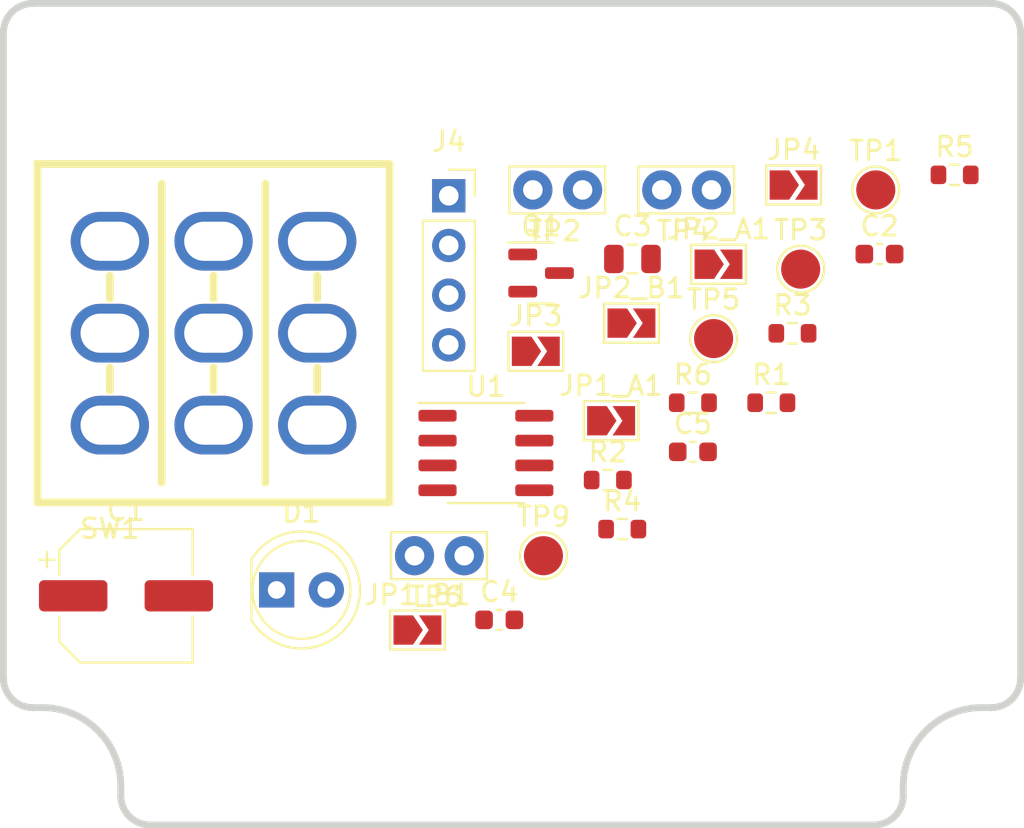
<source format=kicad_pcb>
(kicad_pcb (version 20211014) (generator pcbnew)
  (layers (0 "F.Cu" signal) (31 "B.Cu" signal) (34 "B.Paste" user) (35 "F.Paste" user) (36 "B.SilkS" user "B.Silkscreen") (37 "F.SilkS" user "F.Silkscreen") (38 "B.Mask" user) (39 "F.Mask" user) (44 "Edge.Cuts" user))
  (net 0 "")
  (net 1 "+9V")
  (net 2 "GND")
  (net 3 "Net-(C3-Pad1)")
  (net 4 "Net-(C4-Pad1)")
  (net 5 "Net-(C4-Pad2)")
  (net 6 "Net-(C5-Pad1)")
  (net 7 "Net-(C5-Pad2)")
  (net 8 "Net-(D1-Pad1)")
  (net 9 "Net-(R2-Pad2)")
  (net 10 "Upper_PCB_Input")
  (net 11 "Upper_PCB_Output")
  (net 12 "/Input")
  (net 13 "Net-(JP2_A1-Pad2)")
  (net 14 "Net-(JP3-Pad2)")
  (net 15 "Net-(JP4-Pad2)")
  (net 16 "Net-(Q1-Pad3)")
  (net 17 "Net-(SW1-Pad3)")
  (net 18 "/Output")
  (footprint "Resistor_SMD:R_0603_1608Metric" (layer "F.Cu") (at 160.606 94.968)
    (fp_text reference "R6" (at 0 -1.43) (layer "F.SilkS"))
    (fp_text value "2M2")
    (fp_line (start -0.237258 -0.5225) (end 0.237258 -0.5225) (layer "F.SilkS") (width 0.12))
    (fp_line (start -0.237258 0.5225) (end 0.237258 0.5225) (layer "F.SilkS") (width 0.12))
    (pad "1" smd roundrect (at -0.825 0) (size 0.8 0.95) (layers "F.Cu" "F.Paste" "F.Mask") (net 2 "GND"))
    (pad "2" smd roundrect (at 0.825 0) (size 0.8 0.95) (layers "F.Cu" "F.Paste" "F.Mask") (net 15 "Net-(JP4-Pad2)"))
  )
  (footprint "TestPoint:TestPoint_Bridge_Pitch2.54mm_Drill1.0mm" (layer "F.Cu") (at 152.426 84.088)
    (fp_text reference "TP2" (at 1.1 2.1) (layer "F.SilkS"))
    (fp_text value "Input")
    (fp_line (start 3.7 1.2) (end 3.7 -1.2) (layer "F.SilkS") (width 0.12))
    (fp_line (start 3.7 -1.2) (end -1.2 -1.2) (layer "F.SilkS") (width 0.12))
    (fp_line (start -1.2 -1.2) (end -1.2 1.2) (layer "F.SilkS") (width 0.12))
    (fp_line (start -1.2 1.2) (end 3.7 1.2) (layer "F.SilkS") (width 0.12))
    (pad "1" thru_hole circle (at 2.54 0) (size 2 2) (drill 1) (layers *.Cu *.Mask) (net 12 "/Input"))
    (pad "1" thru_hole circle (at 0 0) (size 2 2) (drill 1) (layers *.Cu *.Mask) (net 12 "/Input"))
  )
  (footprint "TestPoint:TestPoint_Bridge_Pitch2.54mm_Drill1.0mm" (layer "F.Cu") (at 146.376 102.788)
    (fp_text reference "TP6" (at 1.1 2.1) (layer "F.SilkS"))
    (fp_text value "Output")
    (fp_line (start -1.2 1.2) (end 3.7 1.2) (layer "F.SilkS") (width 0.12))
    (fp_line (start -1.2 -1.2) (end -1.2 1.2) (layer "F.SilkS") (width 0.12))
    (fp_line (start 3.7 1.2) (end 3.7 -1.2) (layer "F.SilkS") (width 0.12))
    (fp_line (start 3.7 -1.2) (end -1.2 -1.2) (layer "F.SilkS") (width 0.12))
    (pad "1" thru_hole circle (at 0 0) (size 2 2) (drill 1) (layers *.Cu *.Mask) (net 18 "/Output"))
    (pad "1" thru_hole circle (at 2.54 0) (size 2 2) (drill 1) (layers *.Cu *.Mask) (net 18 "/Output"))
  )
  (footprint "TestPoint:TestPoint_Pad_D2.0mm" (layer "F.Cu") (at 152.966 102.788)
    (fp_text reference "TP9" (at 0 -1.998) (layer "F.SilkS"))
    (fp_text value "LED pop")
    (fp_circle (center 0 0) (end 0 1.2) (layer "F.SilkS") (width 0.12) (fill none))
    (pad "1" smd circle (at 0 0) (size 2 2) (layers "F.Cu" "F.Mask") (net 3 "Net-(C3-Pad1)"))
  )
  (footprint "Jumper:SolderJumper-2_P1.3mm_Open_TrianglePad1.0x1.5mm" (layer "F.Cu") (at 165.756 83.838)
    (fp_text reference "JP4" (at 0 -1.8) (layer "F.SilkS"))
    (fp_text value "Jmp")
    (fp_line (start 1.4 -1) (end 1.4 1) (layer "F.SilkS") (width 0.12))
    (fp_line (start -1.4 1) (end -1.4 -1) (layer "F.SilkS") (width 0.12))
    (fp_line (start -1.4 -1) (end 1.4 -1) (layer "F.SilkS") (width 0.12))
    (fp_line (start 1.4 1) (end -1.4 1) (layer "F.SilkS") (width 0.12))
    (pad "1" smd custom (at -0.725 0) (size 0.3 0.3) (layers "F.Cu" "F.Mask") (net 11 "Upper_PCB_Output") (options (clearance outline) (anchor rect)) (primitives (gr_poly (pts (xy 1 0) (xy 0.5 0.75) (xy -0.5 0.75) (xy -0.5 -0.75) (xy 0.5 -0.75)) (width 0) (fill yes))))
    (pad "2" smd custom (at 0.725 0) (size 0.3 0.3) (layers "F.Cu" "F.Mask") (net 15 "Net-(JP4-Pad2)") (options (clearance outline) (anchor rect)) (primitives (gr_poly (pts (xy 0.5 0.75) (xy -0.65 0.75) (xy -0.15 0) (xy -0.65 -0.75) (xy 0.5 -0.75)) (width 0) (fill yes))))
  )
  (footprint "MeineBib:Footswitch_3PDT" (layer "F.Cu") (at 136.101 91.413)
    (fp_text reference "SW1" (at -5.3 9.9875 unlocked) (layer "F.SilkS"))
    (fp_text value "SW_Push_3PDT")
    (fp_line (start -5.3 -2.9375) (end -5.3 -1.7625) (layer "F.SilkS") (width 0.4))
    (fp_line (start -5.3 1.7625) (end -5.3 2.9375) (layer "F.SilkS") (width 0.4))
    (fp_line (start 0 -2.9375) (end 0 -1.7625) (layer "F.SilkS") (width 0.4))
    (fp_line (start 5.3 -2.9375) (end 5.3 -1.7625) (layer "F.SilkS") (width 0.4))
    (fp_line (start 5.3 1.7625) (end 5.3 2.9375) (layer "F.SilkS") (width 0.4))
    (fp_line (start -2.65 -7.6375) (end -2.65 7.6375) (layer "F.SilkS") (width 0.4))
    (fp_line (start 0 1.7625) (end 0 2.9375) (layer "F.SilkS") (width 0.4))
    (fp_line (start 2.65 7.6375) (end 2.65 -7.6375) (layer "F.SilkS") (width 0.4))
    (fp_rect (start -9 -8.65) (end 9 8.65) (layer "F.SilkS") (width 0.4) (fill none))
    (pad "1" thru_hole oval (at -5.3 -4.7) (size 4 3) (drill oval 3 2) (layers *.Cu *.Mask) (net 8 "Net-(D1-Pad1)"))
    (pad "2" thru_hole oval (at -5.3 0) (size 4 3) (drill oval 3 2) (layers *.Cu *.Mask) (net 10 "Upper_PCB_Input"))
    (pad "3" thru_hole oval (at -5.3 4.7) (size 4 3) (drill oval 3 2) (layers *.Cu *.Mask) (net 17 "Net-(SW1-Pad3)"))
    (pad "4" thru_hole oval (at 0 -4.7) (size 4 3) (drill oval 3 2) (layers *.Cu *.Mask) (net 8 "Net-(D1-Pad1)"))
    (pad "5" thru_hole oval (at 0 0) (size 4 3) (drill oval 3 2) (layers *.Cu *.Mask) (net 2 "GND"))
    (pad "6" thru_hole oval (at 0 4.7) (size 4 3) (drill oval 3 2) (layers *.Cu *.Mask) (net 17 "Net-(SW1-Pad3)"))
    (pad "7" thru_hole oval (at 5.3 -4.7) (size 4 3) (drill oval 3 2) (layers *.Cu *.Mask) (net 11 "Upper_PCB_Output"))
    (pad "8" thru_hole oval (at 5.3 0) (size 4 3) (drill oval 3 2) (layers *.Cu *.Mask) (net 18 "/Output"))
    (pad "9" thru_hole oval (at 5.3 4.7) (size 4 3) (drill oval 3 2) (layers *.Cu *.Mask) (net 8 "Net-(D1-Pad1)"))
  )
  (footprint "Capacitor_SMD:C_0603_1608Metric" (layer "F.Cu") (at 160.606 97.478)
    (fp_text reference "C5" (at 0 -1.43) (layer "F.SilkS"))
    (fp_text value "220nF")
    (fp_line (start -0.14058 0.51) (end 0.14058 0.51) (layer "F.SilkS") (width 0.12))
    (fp_line (start -0.14058 -0.51) (end 0.14058 -0.51) (layer "F.SilkS") (width 0.12))
    (pad "1" smd roundrect (at -0.775 0) (size 0.9 0.95) (layers "F.Cu" "F.Paste" "F.Mask") (net 6 "Net-(C5-Pad1)"))
    (pad "2" smd roundrect (at 0.775 0) (size 0.9 0.95) (layers "F.Cu" "F.Paste" "F.Mask") (net 7 "Net-(C5-Pad2)"))
  )
  (footprint "Resistor_SMD:R_0603_1608Metric" (layer "F.Cu") (at 165.696 91.418)
    (fp_text reference "R3" (at 0 -1.43) (layer "F.SilkS"))
    (fp_text value "1M")
    (fp_line (start -0.237258 -0.5225) (end 0.237258 -0.5225) (layer "F.SilkS") (width 0.12))
    (fp_line (start -0.237258 0.5225) (end 0.237258 0.5225) (layer "F.SilkS") (width 0.12))
    (pad "1" smd roundrect (at -0.825 0) (size 0.8 0.95) (layers "F.Cu" "F.Paste" "F.Mask") (net 1 "+9V"))
    (pad "2" smd roundrect (at 0.825 0) (size 0.8 0.95) (layers "F.Cu" "F.Paste" "F.Mask") (net 5 "Net-(C4-Pad2)"))
  )
  (footprint "Jumper:SolderJumper-2_P1.3mm_Open_TrianglePad1.0x1.5mm" (layer "F.Cu") (at 156.426 95.888)
    (fp_text reference "JP1_A1" (at 0 -1.8) (layer "F.SilkS"))
    (fp_text value "Jmp")
    (fp_line (start -1.4 -1) (end 1.4 -1) (layer "F.SilkS") (width 0.12))
    (fp_line (start -1.4 1) (end -1.4 -1) (layer "F.SilkS") (width 0.12))
    (fp_line (start 1.4 1) (end -1.4 1) (layer "F.SilkS") (width 0.12))
    (fp_line (start 1.4 -1) (end 1.4 1) (layer "F.SilkS") (width 0.12))
    (pad "1" smd custom (at -0.725 0) (size 0.3 0.3) (layers "F.Cu" "F.Mask") (net 12 "/Input") (options (clearance outline) (anchor rect)) (primitives (gr_poly (pts (xy 1 0) (xy 0.5 0.75) (xy -0.5 0.75) (xy -0.5 -0.75) (xy 0.5 -0.75)) (width 0) (fill yes))))
    (pad "2" smd custom (at 0.725 0) (size 0.3 0.3) (layers "F.Cu" "F.Mask") (net 4 "Net-(C4-Pad1)") (options (clearance outline) (anchor rect)) (primitives (gr_poly (pts (xy 0.5 0.75) (xy -0.65 0.75) (xy -0.15 0) (xy -0.65 -0.75) (xy 0.5 -0.75)) (width 0) (fill yes))))
  )
  (footprint "TestPoint:TestPoint_Pad_D2.0mm" (layer "F.Cu") (at 169.956 84.088)
    (fp_text reference "TP1" (at 0 -1.998) (layer "F.SilkS"))
    (fp_text value "Vin")
    (fp_circle (center 0 0) (end 0 1.2) (layer "F.SilkS") (width 0.12) (fill none))
    (pad "1" smd circle (at 0 0) (size 2 2) (layers "F.Cu" "F.Mask") (net 16 "Net-(Q1-Pad3)"))
  )
  (footprint "Jumper:SolderJumper-2_P1.3mm_Open_TrianglePad1.0x1.5mm" (layer "F.Cu") (at 146.526 106.588)
    (fp_text reference "JP1_B1" (at 0 -1.8) (layer "F.SilkS"))
    (fp_text value "Jmp")
    (fp_line (start 1.4 1) (end -1.4 1) (layer "F.SilkS") (width 0.12))
    (fp_line (start -1.4 -1) (end 1.4 -1) (layer "F.SilkS") (width 0.12))
    (fp_line (start 1.4 -1) (end 1.4 1) (layer "F.SilkS") (width 0.12))
    (fp_line (start -1.4 1) (end -1.4 -1) (layer "F.SilkS") (width 0.12))
    (pad "1" smd custom (at -0.725 0) (size 0.3 0.3) (layers "F.Cu" "F.Mask") (net 7 "Net-(C5-Pad2)") (options (clearance outline) (anchor rect)) (primitives (gr_poly (pts (xy 1 0) (xy 0.5 0.75) (xy -0.5 0.75) (xy -0.5 -0.75) (xy 0.5 -0.75)) (width 0) (fill yes))))
    (pad "2" smd custom (at 0.725 0) (size 0.3 0.3) (layers "F.Cu" "F.Mask") (net 8 "Net-(D1-Pad1)") (options (clearance outline) (anchor rect)) (primitives (gr_poly (pts (xy 0.5 0.75) (xy -0.65 0.75) (xy -0.15 0) (xy -0.65 -0.75) (xy 0.5 -0.75)) (width 0) (fill yes))))
  )
  (footprint "Package_SO:SOIC-8_3.9x4.9mm_P1.27mm" (layer "F.Cu") (at 150.026 97.538)
    (fp_text reference "U1" (at 0 -3.4) (layer "F.SilkS"))
    (fp_text value "TL072")
    (fp_line (start 0 -2.56) (end 1.95 -2.56) (layer "F.SilkS") (width 0.12))
    (fp_line (start 0 2.56) (end -1.95 2.56) (layer "F.SilkS") (width 0.12))
    (fp_line (start 0 -2.56) (end -3.45 -2.56) (layer "F.SilkS") (width 0.12))
    (fp_line (start 0 2.56) (end 1.95 2.56) (layer "F.SilkS") (width 0.12))
    (pad "1" smd roundrect (at -2.475 -1.905) (size 1.95 0.6) (layers "F.Cu" "F.Paste" "F.Mask") (net 6 "Net-(C5-Pad1)"))
    (pad "2" smd roundrect (at -2.475 -0.635) (size 1.95 0.6) (layers "F.Cu" "F.Paste" "F.Mask") (net 6 "Net-(C5-Pad1)"))
    (pad "3" smd roundrect (at -2.475 0.635) (size 1.95 0.6) (layers "F.Cu" "F.Paste" "F.Mask") (net 5 "Net-(C4-Pad2)"))
    (pad "4" smd roundrect (at -2.475 1.905) (size 1.95 0.6) (layers "F.Cu" "F.Paste" "F.Mask") (net 2 "GND"))
    (pad "5" smd roundrect (at 2.475 1.905) (size 1.95 0.6) (layers "F.Cu" "F.Paste" "F.Mask"))
    (pad "6" smd roundrect (at 2.475 0.635) (size 1.95 0.6) (layers "F.Cu" "F.Paste" "F.Mask"))
    (pad "7" smd roundrect (at 2.475 -0.635) (size 1.95 0.6) (layers "F.Cu" "F.Paste" "F.Mask"))
    (pad "8" smd roundrect (at 2.475 -1.905) (size 1.95 0.6) (layers "F.Cu" "F.Paste" "F.Mask") (net 1 "+9V"))
  )
  (footprint "Resistor_SMD:R_0603_1608Metric" (layer "F.Cu") (at 156.996 101.428)
    (fp_text reference "R4" (at 0 -1.43) (layer "F.SilkS"))
    (fp_text value "1M")
    (fp_line (start -0.237258 -0.5225) (end 0.237258 -0.5225) (layer "F.SilkS") (width 0.12))
    (fp_line (start -0.237258 0.5225) (end 0.237258 0.5225) (layer "F.SilkS") (width 0.12))
    (pad "1" smd roundrect (at -0.825 0) (size 0.8 0.95) (layers "F.Cu" "F.Paste" "F.Mask") (net 5 "Net-(C4-Pad2)"))
    (pad "2" smd roundrect (at 0.825 0) (size 0.8 0.95) (layers "F.Cu" "F.Paste" "F.Mask") (net 2 "GND"))
  )
  (footprint "Connector_PinSocket_2.54mm:PinSocket_1x04_P2.54mm_Vertical" (layer "F.Cu") (at 148.126 84.388)
    (fp_text reference "J4" (at 0 -2.77) (layer "F.SilkS"))
    (fp_text value "Conn_01x04")
    (fp_line (start 0 -1.33) (end 1.33 -1.33) (layer "F.SilkS") (width 0.12))
    (fp_line (start -1.33 1.27) (end -1.33 8.95) (layer "F.SilkS") (width 0.12))
    (fp_line (start 1.33 -1.33) (end 1.33 0) (layer "F.SilkS") (width 0.12))
    (fp_line (start -1.33 1.27) (end 1.33 1.27) (layer "F.SilkS") (width 0.12))
    (fp_line (start -1.33 8.95) (end 1.33 8.95) (layer "F.SilkS") (width 0.12))
    (fp_line (start 1.33 1.27) (end 1.33 8.95) (layer "F.SilkS") (width 0.12))
    (pad "1" thru_hole rect (at 0 0) (size 1.7 1.7) (drill 1) (layers *.Cu *.Mask) (net 1 "+9V"))
    (pad "2" thru_hole oval (at 0 2.54) (size 1.7 1.7) (drill 1) (layers *.Cu *.Mask) (net 2 "GND"))
    (pad "3" thru_hole oval (at 0 5.08) (size 1.7 1.7) (drill 1) (layers *.Cu *.Mask) (net 10 "Upper_PCB_Input"))
    (pad "4" thru_hole oval (at 0 7.62) (size 1.7 1.7) (drill 1) (layers *.Cu *.Mask) (net 11 "Upper_PCB_Output"))
  )
  (footprint "LED_THT:LED_D5.0mm" (layer "F.Cu") (at 139.326 104.538)
    (fp_text reference "D1" (at 1.27 -3.96) (layer "F.SilkS"))
    (fp_text value "LED")
    (fp_line (start -1.29 -1.545) (end -1.29 1.545) (layer "F.SilkS") (width 0.12))
    (fp_arc (start -1.29 -1.54483) (mid 2.072002 -2.880433) (end 4.26 0.000462) (layer "F.SilkS") (width 0.12))
    (fp_arc (start 4.26 -0.000462) (mid 2.072002 2.880433) (end -1.29 1.54483) (layer "F.SilkS") (width 0.12))
    (fp_circle (center 1.27 0) (end 3.77 0) (layer "F.SilkS") (width 0.12) (fill none))
    (pad "1" thru_hole rect (at 0 0) (size 1.8 1.8) (drill 0.9) (layers *.Cu *.Mask) (net 8 "Net-(D1-Pad1)"))
    (pad "2" thru_hole circle (at 2.54 0) (size 1.8 1.8) (drill 0.9) (layers *.Cu *.Mask) (net 9 "Net-(R2-Pad2)"))
  )
  (footprint "Package_TO_SOT_SMD:SOT-23" (layer "F.Cu") (at 152.846 88.338)
    (fp_text reference "Q1" (at 0 -2.4) (layer "F.SilkS"))
    (fp_text value "AO3401A")
    (fp_line (start 0 1.56) (end -0.65 1.56) (layer "F.SilkS") (width 0.12))
    (fp_line (start 0 1.56) (end 0.65 1.56) (layer "F.SilkS") (width 0.12))
    (fp_line (start 0 -1.56) (end 0.65 -1.56) (layer "F.SilkS") (width 0.12))
    (fp_line (start 0 -1.56) (end -1.675 -1.56) (layer "F.SilkS") (width 0.12))
    (pad "1" smd roundrect (at -0.9375 -0.95) (size 1.475 0.6) (layers "F.Cu" "F.Paste" "F.Mask") (net 2 "GND"))
    (pad "2" smd roundrect (at -0.9375 0.95) (size 1.475 0.6) (layers "F.Cu" "F.Paste" "F.Mask") (net 1 "+9V"))
    (pad "3" smd roundrect (at 0.9375 0) (size 1.475 0.6) (layers "F.Cu" "F.Paste" "F.Mask") (net 16 "Net-(Q1-Pad3)"))
  )
  (footprint "Capacitor_SMD:CP_Elec_6.3x5.8" (layer "F.Cu") (at 131.626 104.838)
    (fp_text reference "C1" (at 0 -4.35) (layer "F.SilkS"))
    (fp_text value "100uF")
    (fp_line (start -3.41 2.345563) (end -3.41 1.06) (layer "F.SilkS") (width 0.12))
    (fp_line (start -2.345563 -3.41) (end 3.41 -3.41) (layer "F.SilkS") (width 0.12))
    (fp_line (start -3.41 -2.345563) (end -3.41 -1.06) (layer "F.SilkS") (width 0.12))
    (fp_line (start -3.41 2.345563) (end -2.345563 3.41) (layer "F.SilkS") (width 0.12))
    (fp_line (start -4.04375 -2.24125) (end -4.04375 -1.45375) (layer "F.SilkS") (width 0.12))
    (fp_line (start -4.4375 -1.8475) (end -3.65 -1.8475) (layer "F.SilkS") (width 0.12))
    (fp_line (start 3.41 3.41) (end 3.41 1.06) (layer "F.SilkS") (width 0.12))
    (fp_line (start -2.345563 3.41) (end 3.41 3.41) (layer "F.SilkS") (width 0.12))
    (fp_line (start -3.41 -2.345563) (end -2.345563 -3.41) (layer "F.SilkS") (width 0.12))
    (fp_line (start 3.41 -3.41) (end 3.41 -1.06) (layer "F.SilkS") (width 0.12))
    (pad "1" smd roundrect (at -2.7 0) (size 3.5 1.6) (layers "F.Cu" "F.Paste" "F.Mask") (roundrect_rratio 0.15625) (net 1 "+9V"))
    (pad "2" smd roundrect (at 2.7 0) (size 3.5 1.6) (layers "F.Cu" "F.Paste" "F.Mask") (roundrect_rratio 0.15625) (net 2 "GND"))
  )
  (footprint "Resistor_SMD:R_0603_1608Metric" (layer "F.Cu") (at 156.256 98.918)
    (fp_text reference "R2" (at 0 -1.43) (layer "F.SilkS"))
    (fp_text value "390R")
    (fp_line (start -0.237258 0.5225) (end 0.237258 0.5225) (layer "F.SilkS") (width 0.12))
    (fp_line (start -0.237258 -0.5225) (end 0.237258 -0.5225) (layer "F.SilkS") (width 0.12))
    (pad "1" smd roundrect (at -0.825 0) (size 0.8 0.95) (layers "F.Cu" "F.Paste" "F.Mask") (net 3 "Net-(C3-Pad1)"))
    (pad "2" smd roundrect (at 0.825 0) (size 0.8 0.95) (layers "F.Cu" "F.Paste" "F.Mask") (net 9 "Net-(R2-Pad2)"))
  )
  (footprint "TestPoint:TestPoint_Pad_D2.0mm" (layer "F.Cu") (at 161.666 91.688)
    (fp_text reference "TP5" (at 0 -1.998) (layer "F.SilkS"))
    (fp_text value "After buffer")
    (fp_circle (center 0 0) (end 0 1.2) (layer "F.SilkS") (width 0.12) (fill none))
    (pad "1" smd circle (at 0 0) (size 2 2) (layers "F.Cu" "F.Mask") (net 8 "Net-(D1-Pad1)"))
  )
  (footprint "Capacitor_SMD:C_0805_2012Metric" (layer "F.Cu") (at 157.516 87.618)
    (fp_text reference "C3" (at 0 -1.68) (layer "F.SilkS"))
    (fp_text value "10uF")
    (fp_line (start -0.261252 0.735) (end 0.261252 0.735) (layer "F.SilkS") (width 0.12))
    (fp_line (start -0.261252 -0.735) (end 0.261252 -0.735) (layer "F.SilkS") (width 0.12))
    (pad "1" smd roundrect (at -0.95 0) (size 1 1.45) (layers "F.Cu" "F.Paste" "F.Mask") (net 3 "Net-(C3-Pad1)"))
    (pad "2" smd roundrect (at 0.95 0) (size 1 1.45) (layers "F.Cu" "F.Paste" "F.Mask") (net 2 "GND"))
  )
  (footprint "Capacitor_SMD:C_0603_1608Metric" (layer "F.Cu") (at 170.146 87.368)
    (fp_text reference "C2" (at 0 -1.43) (layer "F.SilkS"))
    (fp_text value "220nF")
    (fp_line (start -0.14058 -0.51) (end 0.14058 -0.51) (layer "F.SilkS") (width 0.12))
    (fp_line (start -0.14058 0.51) (end 0.14058 0.51) (layer "F.SilkS") (width 0.12))
    (pad "1" smd roundrect (at -0.775 0) (size 0.9 0.95) (layers "F.Cu" "F.Paste" "F.Mask") (net 1 "+9V"))
    (pad "2" smd roundrect (at 0.775 0) (size 0.9 0.95) (layers "F.Cu" "F.Paste" "F.Mask") (net 2 "GND"))
  )
  (footprint "Capacitor_SMD:C_0603_1608Metric" (layer "F.Cu") (at 150.706 106.068)
    (fp_text reference "C4" (at 0 -1.43) (layer "F.SilkS"))
    (fp_text value "220nF")
    (fp_line (start -0.14058 0.51) (end 0.14058 0.51) (layer "F.SilkS") (width 0.12))
    (fp_line (start -0.14058 -0.51) (end 0.14058 -0.51) (layer "F.SilkS") (width 0.12))
    (pad "1" smd roundrect (at -0.775 0) (size 0.9 0.95) (layers "F.Cu" "F.Paste" "F.Mask") (net 4 "Net-(C4-Pad1)"))
    (pad "2" smd roundrect (at 0.775 0) (size 0.9 0.95) (layers "F.Cu" "F.Paste" "F.Mask") (net 5 "Net-(C4-Pad2)"))
  )
  (footprint "TestPoint:TestPoint_Bridge_Pitch2.54mm_Drill1.0mm" (layer "F.Cu") (at 159.016 84.088)
    (fp_text reference "TP4" (at 1.1 2.1) (layer "F.SilkS"))
    (fp_text value "GND")
    (fp_line (start 3.7 1.2) (end 3.7 -1.2) (layer "F.SilkS") (width 0.12))
    (fp_line (start 3.7 -1.2) (end -1.2 -1.2) (layer "F.SilkS") (width 0.12))
    (fp_line (start -1.2 -1.2) (end -1.2 1.2) (layer "F.SilkS") (width 0.12))
    (fp_line (start -1.2 1.2) (end 3.7 1.2) (layer "F.SilkS") (width 0.12))
    (pad "1" thru_hole circle (at 2.54 0) (size 2 2) (drill 1) (layers *.Cu *.Mask) (net 2 "GND"))
    (pad "1" thru_hole circle (at 0 0) (size 2 2) (drill 1) (layers *.Cu *.Mask) (net 2 "GND"))
  )
  (footprint "Jumper:SolderJumper-2_P1.3mm_Open_TrianglePad1.0x1.5mm" (layer "F.Cu") (at 152.576 92.338)
    (fp_text reference "JP3" (at 0 -1.8) (layer "F.SilkS"))
    (fp_text value "Jmp")
    (fp_line (start -1.4 -1) (end 1.4 -1) (layer "F.SilkS") (width 0.12))
    (fp_line (start -1.4 1) (end -1.4 -1) (layer "F.SilkS") (width 0.12))
    (fp_line (start 1.4 1) (end -1.4 1) (layer "F.SilkS") (width 0.12))
    (fp_line (start 1.4 -1) (end 1.4 1) (layer "F.SilkS") (width 0.12))
    (pad "1" smd custom (at -0.725 0) (size 0.3 0.3) (layers "F.Cu" "F.Mask") (net 10 "Upper_PCB_Input") (options (clearance outline) (anchor rect)) (primitives (gr_poly (pts (xy 1 0) (xy 0.5 0.75) (xy -0.5 0.75) (xy -0.5 -0.75) (xy 0.5 -0.75)) (width 0) (fill yes))))
    (pad "2" smd custom (at 0.725 0) (size 0.3 0.3) (layers "F.Cu" "F.Mask") (net 14 "Net-(JP3-Pad2)") (options (clearance outline) (anchor rect)) (primitives (gr_poly (pts (xy 0.5 0.75) (xy -0.65 0.75) (xy -0.15 0) (xy -0.65 -0.75) (xy 0.5 -0.75)) (width 0) (fill yes))))
  )
  (footprint "Resistor_SMD:R_0603_1608Metric" (layer "F.Cu") (at 164.616 94.968)
    (fp_text reference "R1" (at 0 -1.43) (layer "F.SilkS"))
    (fp_text value "4k7")
    (fp_line (start -0.237258 0.5225) (end 0.237258 0.5225) (layer "F.SilkS") (width 0.12))
    (fp_line (start -0.237258 -0.5225) (end 0.237258 -0.5225) (layer "F.SilkS") (width 0.12))
    (pad "1" smd roundrect (at -0.825 0) (size 0.8 0.95) (layers "F.Cu" "F.Paste" "F.Mask") (net 1 "+9V"))
    (pad "2" smd roundrect (at 0.825 0) (size 0.8 0.95) (layers "F.Cu" "F.Paste" "F.Mask") (net 3 "Net-(C3-Pad1)"))
  )
  (footprint "Resistor_SMD:R_0603_1608Metric" (layer "F.Cu") (at 173.986 83.318)
    (fp_text reference "R5" (at 0 -1.43) (layer "F.SilkS"))
    (fp_text value "2M2")
    (fp_line (start -0.237258 -0.5225) (end 0.237258 -0.5225) (layer "F.SilkS") (width 0.12))
    (fp_line (start -0.237258 0.5225) (end 0.237258 0.5225) (layer "F.SilkS") (width 0.12))
    (pad "1" smd roundrect (at -0.825 0) (size 0.8 0.95) (layers "F.Cu" "F.Paste" "F.Mask") (net 2 "GND"))
    (pad "2" smd roundrect (at 0.825 0) (size 0.8 0.95) (layers "F.Cu" "F.Paste" "F.Mask") (net 14 "Net-(JP3-Pad2)"))
  )
  (footprint "Jumper:SolderJumper-2_P1.3mm_Open_TrianglePad1.0x1.5mm" (layer "F.Cu") (at 161.916 87.888)
    (fp_text reference "JP2_A1" (at 0 -1.8) (layer "F.SilkS"))
    (fp_text value "Jmp")
    (fp_line (start 1.4 -1) (end 1.4 1) (layer "F.SilkS") (width 0.12))
    (fp_line (start 1.4 1) (end -1.4 1) (layer "F.SilkS") (width 0.12))
    (fp_line (start -1.4 -1) (end 1.4 -1) (layer "F.SilkS") (width 0.12))
    (fp_line (start -1.4 1) (end -1.4 -1) (layer "F.SilkS") (width 0.12))
    (pad "1" smd custom (at -0.725 0) (size 0.3 0.3) (layers "F.Cu" "F.Mask") (net 12 "/Input") (options (clearance outline) (anchor rect)) (primitives (gr_poly (pts (xy 1 0) (xy 0.5 0.75) (xy -0.5 0.75) (xy -0.5 -0.75) (xy 0.5 -0.75)) (width 0) (fill yes))))
    (pad "2" smd custom (at 0.725 0) (size 0.3 0.3) (layers "F.Cu" "F.Mask") (net 13 "Net-(JP2_A1-Pad2)") (options (clearance outline) (anchor rect)) (primitives (gr_poly (pts (xy 0.5 0.75) (xy -0.65 0.75) (xy -0.15 0) (xy -0.65 -0.75) (xy 0.5 -0.75)) (width 0) (fill yes))))
  )
  (footprint "TestPoint:TestPoint_Pad_D2.0mm" (layer "F.Cu") (at 166.116 88.138)
    (fp_text reference "TP3" (at 0 -1.998) (layer "F.SilkS"))
    (fp_text value "9V")
    (fp_circle (center 0 0) (end 0 1.2) (layer "F.SilkS") (width 0.12) (fill none))
    (pad "1" smd circle (at 0 0) (size 2 2) (layers "F.Cu" "F.Mask") (net 1 "+9V"))
  )
  (footprint "Jumper:SolderJumper-2_P1.3mm_Open_TrianglePad1.0x1.5mm" (layer "F.Cu") (at 157.466 90.898)
    (fp_text reference "JP2_B1" (at 0 -1.8) (layer "F.SilkS"))
    (fp_text value "Jmp")
    (fp_line (start -1.4 -1) (end 1.4 -1) (layer "F.SilkS") (width 0.12))
    (fp_line (start 1.4 1) (end -1.4 1) (layer "F.SilkS") (width 0.12))
    (fp_line (start 1.4 -1) (end 1.4 1) (layer "F.SilkS") (width 0.12))
    (fp_line (start -1.4 1) (end -1.4 -1) (layer "F.SilkS") (width 0.12))
    (pad "1" smd custom (at -0.725 0) (size 0.3 0.3) (layers "F.Cu" "F.Mask") (net 13 "Net-(JP2_A1-Pad2)") (options (clearance outline) (anchor rect)) (primitives (gr_poly (pts (xy 1 0) (xy 0.5 0.75) (xy -0.5 0.75) (xy -0.5 -0.75) (xy 0.5 -0.75)) (width 0) (fill yes))))
    (pad "2" smd custom (at 0.725 0) (size 0.3 0.3) (layers "F.Cu" "F.Mask") (net 8 "Net-(D1-Pad1)") (options (clearance outline) (anchor rect)) (primitives (gr_poly (pts (xy 0.5 0.75) (xy -0.65 0.75) (xy -0.15 0) (xy -0.65 -0.75) (xy 0.5 -0.75)) (width 0) (fill yes))))
  )
  (gr_line (start 132.784827 116.552021) (end 132.710951 116.546524) (layer "Edge.Cuts") (width 0.349999))
  (gr_line (start 126.089073 74.766656) (end 126.152873 74.730574) (layer "Edge.Cuts") (width 0.349999))
  (gr_line (start 170.007461 116.546524) (end 169.933585 116.552021) (layer "Edge.Cuts") (width 0.349999))
  (gr_line (start 177.064869 109.946274) (end 177.019508 110.004502) (layer "Edge.Cuts") (width 0.349999))
  (gr_line (start 170.224831 116.508626) (end 170.153207 116.524776) (layer "Edge.Cuts") (width 0.349999))
  (gr_line (start 125.535918 109.760201) (end 125.503031 109.694789) (layer "Edge.Cuts") (width 0.349999))
  (gr_line (start 132.152873 116.377154) (end 132.089073 116.341073) (layer "Edge.Cuts") (width 0.349999))
  (gr_line (start 131.473388 115.62789) (end 131.447043 115.559624) (layer "Edge.Cuts") (width 0.349999))
  (gr_line (start 127.359208 110.553864) (end 126.859208 110.553864) (layer "Edge.Cuts") (width 0.349999))
  (gr_line (start 170.691405 116.301847) (end 170.62934 116.341073) (layer "Edge.Cuts") (width 0.349999))
  (gr_line (start 125.359208 76.053864) (end 125.361051 75.979483) (layer "Edge.Cuts") (width 0.349999))
  (gr_line (start 177.351864 109.20212) (end 177.342766 109.275368) (layer "Edge.Cuts") (width 0.349999))
  (gr_line (start 132.710951 116.546524) (end 132.637703 116.537425) (layer "Edge.Cuts") (width 0.349999))
  (gr_line (start 173.82847 110.858346) (end 173.650072 110.937391) (layer "Edge.Cuts") (width 0.349999))
  (gr_line (start 131.354292 114.355515) (end 131.339634 114.158513) (layer "Edge.Cuts") (width 0.349999))
  (gr_line (start 125.798549 110.114525) (end 125.747257 110.060627) (layer "Edge.Cuts") (width 0.349999))
  (gr_line (start 172.530778 111.725438) (end 172.394 111.869167) (layer "Edge.Cuts") (width 0.349999))
  (gr_line (start 176.919866 110.114525) (end 176.919866 110.114525) (layer "Edge.Cuts") (width 0.349999))
  (gr_line (start 131.798548 116.114525) (end 131.747256 116.060627) (layer "Edge.Cuts") (width 0.349999))
  (gr_line (start 126.493582 110.508626) (end 126.422955 110.489026) (layer "Edge.Cuts") (width 0.349999))
  (gr_line (start 126.027008 74.805882) (end 126.089073 74.766656) (layer "Edge.Cuts") (width 0.349999))
  (gr_line (start 171.359204 114.553864) (end 171.359204 114.553864) (layer "Edge.Cuts") (width 0.349999))
  (gr_line (start 176.153207 74.582952) (end 176.224831 74.599102) (layer "Edge.Cuts") (width 0.349999))
  (gr_line (start 126.565206 74.582952) (end 126.637703 74.570303) (layer "Edge.Cuts") (width 0.349999))
  (gr_line (start 126.784827 74.555707) (end 126.859208 74.553864) (layer "Edge.Cuts") (width 0.349999))
  (gr_line (start 125.572 75.283728) (end 125.611226 75.221663) (layer "Edge.Cuts") (width 0.349999))
  (gr_line (start 171.357361 115.128244) (end 171.351864 115.20212) (layer "Edge.Cuts") (width 0.349999))
  (gr_line (start 130.187634 111.725438) (end 130.187634 111.725438) (layer "Edge.Cuts") (width 0.349999))
  (gr_line (start 171.663687 113.02313) (end 171.593433 113.20517) (layer "Edge.Cuts") (width 0.349999))
  (gr_line (start 127.557557 110.55878) (end 127.359208 110.553864) (layer "Edge.Cuts") (width 0.349999))
  (gr_line (start 129.738964 111.338762) (end 129.578409 111.225912) (layer "Edge.Cuts") (width 0.349999))
  (gr_line (start 176.295458 110.489026) (end 176.224831 110.508626) (layer "Edge.Cuts") (width 0.349999))
  (gr_line (start 131.359208 115.053864) (end 131.359208 114.553864) (layer "Edge.Cuts") (width 0.349999))
  (gr_line (start 177.245024 109.62789) (end 177.215382 109.694789) (layer "Edge.Cuts") (width 0.349999))
  (gr_line (start 177.182495 75.347528) (end 177.215382 75.412939) (layer "Edge.Cuts") (width 0.349999))
  (gr_line (start 175.859204 74.553864) (end 175.933585 74.555707) (layer "Edge.Cuts") (width 0.349999))
  (gr_line (start 125.798549 74.993204) (end 125.798549 74.993204) (layer "Edge.Cuts") (width 0.349999))
  (gr_line (start 131.9668 116.259528) (end 131.908572 116.214168) (layer "Edge.Cuts") (width 0.349999))
  (gr_line (start 125.653545 109.946274) (end 125.611226 109.886066) (layer "Edge.Cuts") (width 0.349999))
  (gr_line (start 125.572 109.824) (end 125.535918 109.760201) (layer "Edge.Cuts") (width 0.349999))
  (gr_line (start 171.182495 115.760201) (end 171.146413 115.824) (layer "Edge.Cuts") (width 0.349999))
  (gr_line (start 125.908572 110.214168) (end 125.852447 110.165817) (layer "Edge.Cuts") (width 0.349999))
  (gr_line (start 131.404446 115.41949) (end 131.388296 115.347866) (layer "Edge.Cuts") (width 0.349999))
  (gr_line (start 172.144102 112.174107) (end 172.031252 112.334662) (layer "Edge.Cuts") (width 0.349999))
  (gr_line (start 175.859204 110.553864) (end 175.359204 110.553864) (layer "Edge.Cuts") (width 0.349999))
  (gr_line (start 177.064869 75.161455) (end 177.107187 75.221663) (layer "Edge.Cuts") (width 0.349999))
  (gr_line (start 132.285183 116.439683) (end 132.218283 116.410042) (layer "Edge.Cuts") (width 0.349999))
  (gr_line (start 125.361051 75.979483) (end 125.366548 75.905607) (layer "Edge.Cuts") (width 0.349999))
  (gr_line (start 125.908572 74.893561) (end 125.9668 74.8482) (layer "Edge.Cuts") (width 0.349999))
  (gr_line (start 176.43323 110.439683) (end 176.364965 110.466029) (layer "Edge.Cuts") (width 0.349999))
  (gr_line (start 176.08071 110.537425) (end 176.007461 110.546524) (layer "Edge.Cuts") (width 0.349999))
  (gr_line (start 171.215382 115.694789) (end 171.182495 115.760201) (layer "Edge.Cuts") (width 0.349999))
  (gr_line (start 125.375647 109.275368) (end 125.366548 109.20212) (layer "Edge.Cuts") (width 0.349999))
  (gr_line (start 132.565206 116.524776) (end 132.493582 116.508626) (layer "Edge.Cuts") (width 0.349999))
  (gr_line (start 129.24277 111.025091) (end 129.06834 110.937391) (layer "Edge.Cuts") (width 0.349999))
  (gr_line (start 171.36412 114.355515) (end 171.359204 114.553864) (layer "Edge.Cuts") (width 0.349999))
  (gr_line (start 125.852447 74.941912) (end 125.908572 74.893561) (layer "Edge.Cuts") (width 0.349999))
  (gr_line (start 171.342766 115.275368) (end 171.330116 115.347866) (layer "Edge.Cuts") (width 0.349999))
  (gr_line (start 171.351864 115.20212) (end 171.342766 115.275368) (layer "Edge.Cuts") (width 0.349999))
  (gr_line (start 176.364965 74.641699) (end 176.43323 74.668045) (layer "Edge.Cuts") (width 0.349999))
  (gr_line (start 177.359204 76.053864) (end 177.359204 76.053864) (layer "Edge.Cuts") (width 0.349999))
  (gr_line (start 170.809841 116.214168) (end 170.751613 116.259528) (layer "Edge.Cuts") (width 0.349999))
  (gr_line (start 131.281638 113.769858) (end 131.238571 113.578862) (layer "Edge.Cuts") (width 0.349999))
  (gr_line (start 131.315371 113.963184) (end 131.281638 113.769858) (layer "Edge.Cuts") (width 0.349999))
  (gr_line (start 176.919866 74.993204) (end 176.919866 74.993204) (layer "Edge.Cuts") (width 0.349999))
  (gr_line (start 132.493582 116.508626) (end 132.422955 116.489026) (layer "Edge.Cuts") (width 0.349999))
  (gr_line (start 125.747257 75.047102) (end 125.798549 74.993204) (layer "Edge.Cuts") (width 0.349999))
  (gr_line (start 125.388296 109.347866) (end 125.375647 109.275368) (layer "Edge.Cuts") (width 0.349999))
  (gr_line (start 171.378778 114.158513) (end 171.36412 114.355515) (layer "Edge.Cuts") (width 0.349999))
  (gr_line (start 176.971157 75.047102) (end 177.019508 75.103227) (layer "Edge.Cuts") (width 0.349999))
  (gr_line (start 171.436773 113.769858) (end 171.403041 113.963184) (layer "Edge.Cuts") (width 0.349999))
  (gr_line (start 176.865966 110.165817) (end 176.809841 110.214168) (layer "Edge.Cuts") (width 0.349999))
  (gr_line (start 177.359204 76.053864) (end 177.359204 109.053864) (layer "Edge.Cuts") (width 0.349999))
  (gr_line (start 130.887981 112.670302) (end 130.791762 112.50017) (layer "Edge.Cuts") (width 0.349999))
  (gr_line (start 176.691405 74.805882) (end 176.751613 74.8482) (layer "Edge.Cuts") (width 0.349999))
  (gr_line (start 126.422955 110.489026) (end 126.353448 110.466029) (layer "Edge.Cuts") (width 0.349999))
  (gr_line (start 177.330116 109.347866) (end 177.313966 109.41949) (layer "Edge.Cuts") (width 0.349999))
  (gr_line (start 126.152873 110.377154) (end 126.089073 110.341073) (layer "Edge.Cuts") (width 0.349999))
  (gr_line (start 126.493582 74.599102) (end 126.565206 74.582952) (layer "Edge.Cuts") (width 0.349999))
  (gr_line (start 170.295458 116.489026) (end 170.224831 116.508626) (layer "Edge.Cuts") (width 0.349999))
  (gr_line (start 125.747257 110.060627) (end 125.698905 110.004502) (layer "Edge.Cuts") (width 0.349999))
  (gr_line (start 126.859208 110.553864) (end 126.859208 110.553864) (layer "Edge.Cuts") (width 0.349999))
  (gr_line (start 131.238571 113.578862) (end 131.186306 113.390523) (layer "Edge.Cuts") (width 0.349999))
  (gr_line (start 130.453349 112.018833) (end 130.324411 111.869167) (layer "Edge.Cuts") (width 0.349999))
  (gr_line (start 172.031252 112.334662) (end 171.92665 112.50017) (layer "Edge.Cuts") (width 0.349999))
  (gr_line (start 131.698905 116.004502) (end 131.653544 115.946274) (layer "Edge.Cuts") (width 0.349999))
  (gr_line (start 173.650072 110.937391) (end 173.475642 111.025091) (layer "Edge.Cuts") (width 0.349999))
  (gr_line (start 172.265063 112.018833) (end 172.144102 112.174107) (layer "Edge.Cuts") (width 0.349999))
  (gr_line (start 126.285183 74.668045) (end 126.353448 74.641699) (layer "Edge.Cuts") (width 0.349999))
  (gr_line (start 175.359204 110.553864) (end 175.160855 110.55878) (layer "Edge.Cuts") (width 0.349999))
  (gr_line (start 171.245024 115.62789) (end 171.215382 115.694789) (layer "Edge.Cuts") (width 0.349999))
  (gr_line (start 126.353448 74.641699) (end 126.422955 74.618702) (layer "Edge.Cuts") (width 0.349999))
  (gr_line (start 176.153207 110.524776) (end 176.08071 110.537425) (layer "Edge.Cuts") (width 0.349999))
  (gr_line (start 126.027008 110.301847) (end 125.9668 110.259528) (layer "Edge.Cuts") (width 0.349999))
  (gr_line (start 174.195863 110.726765) (end 174.01051 110.788092) (layer "Edge.Cuts") (width 0.349999))
  (gr_line (start 176.919866 74.993204) (end 176.971157 75.047102) (layer "Edge.Cuts") (width 0.349999))
  (gr_line (start 126.710951 74.561204) (end 126.784827 74.555707) (layer "Edge.Cuts") (width 0.349999))
  (gr_line (start 126.637703 74.570303) (end 126.710951 74.561204) (layer "Edge.Cuts") (width 0.349999))
  (gr_line (start 176.224831 110.508626) (end 176.153207 110.524776) (layer "Edge.Cuts") (width 0.349999))
  (gr_line (start 174.575198 110.631433) (end 174.384202 110.6745) (layer "Edge.Cuts") (width 0.349999))
  (gr_line (start 177.019508 110.004502) (end 176.971157 110.060627) (layer "Edge.Cuts") (width 0.349999))
  (gr_line (start 126.218284 110.410042) (end 126.152873 110.377154) (layer "Edge.Cuts") (width 0.349999))
  (gr_line (start 126.353448 110.466029) (end 126.285183 110.439683) (layer "Edge.Cuts") (width 0.349999))
  (gr_line (start 177.313966 109.41949) (end 177.294366 109.490117) (layer "Edge.Cuts") (width 0.349999))
  (gr_line (start 175.160855 110.55878) (end 174.963853 110.573437) (layer "Edge.Cuts") (width 0.349999))
  (gr_line (start 177.330116 75.759862) (end 177.342766 75.832359) (layer "Edge.Cuts") (width 0.349999))
  (gr_line (start 171.294366 115.490117) (end 171.271369 115.559624) (layer "Edge.Cuts") (width 0.349999))
  (gr_line (start 125.404446 75.688238) (end 125.424046 75.617611) (layer "Edge.Cuts") (width 0.349999))
  (gr_line (start 177.313966 75.688238) (end 177.330116 75.759862) (layer "Edge.Cuts") (width 0.349999))
  (gr_line (start 128.707902 110.788092) (end 128.522549 110.726765) (layer "Edge.Cuts") (width 0.349999))
  (gr_line (start 126.089073 110.341073) (end 126.027008 110.301847) (layer "Edge.Cuts") (width 0.349999))
  (gr_line (start 130.97568 112.844731) (end 130.887981 112.670302) (layer "Edge.Cuts") (width 0.349999))
  (gr_line (start 170.56554 116.377154) (end 170.500129 116.410042) (layer "Edge.Cuts") (width 0.349999))
  (gr_line (start 175.933585 110.552021) (end 175.859204 110.553864) (layer "Edge.Cuts") (width 0.349999))
  (gr_line (start 131.852447 116.165817) (end 131.798548 116.114525) (layer "Edge.Cuts") (width 0.349999))
  (gr_line (start 125.404446 109.41949) (end 125.388296 109.347866) (layer "Edge.Cuts") (width 0.349999))
  (gr_line (start 177.146413 75.283728) (end 177.182495 75.347528) (layer "Edge.Cuts") (width 0.349999))
  (gr_line (start 171.92665 112.50017) (end 171.830431 112.670302) (layer "Edge.Cuts") (width 0.349999))
  (gr_line (start 126.859208 110.553864) (end 126.784827 110.552021) (layer "Edge.Cuts") (width 0.349999))
  (gr_line (start 174.01051 110.788092) (end 173.82847 110.858346) (layer "Edge.Cuts") (width 0.349999))
  (gr_line (start 176.08071 74.570303) (end 176.153207 74.582952) (layer "Edge.Cuts") (width 0.349999))
  (gr_line (start 176.809841 110.214168) (end 176.751613 110.259528) (layer "Edge.Cuts") (width 0.349999))
  (gr_line (start 176.865966 74.941912) (end 176.919866 74.993204) (layer "Edge.Cuts") (width 0.349999))
  (gr_line (start 176.971157 110.060627) (end 176.919866 110.114525) (layer "Edge.Cuts") (width 0.349999))
  (gr_line (start 125.366548 75.905607) (end 125.375647 75.832359) (layer "Edge.Cuts") (width 0.349999))
  (gr_line (start 176.43323 74.668045) (end 176.500129 74.697686) (layer "Edge.Cuts") (width 0.349999))
  (gr_line (start 131.054725 113.02313) (end 130.97568 112.844731) (layer "Edge.Cuts") (width 0.349999))
  (gr_line (start 176.007461 110.546524) (end 175.933585 110.552021) (layer "Edge.Cuts") (width 0.349999))
  (gr_line (start 130.043904 111.58866) (end 129.894238 111.459723) (layer "Edge.Cuts") (width 0.349999))
  (gr_line (start 132.859208 116.553864) (end 132.859208 116.553864) (layer "Edge.Cuts") (width 0.349999))
  (gr_line (start 125.388296 75.759862) (end 125.404446 75.688238) (layer "Edge.Cuts") (width 0.349999))
  (gr_line (start 170.62934 116.341073) (end 170.56554 116.377154) (layer "Edge.Cuts") (width 0.349999))
  (gr_line (start 177.294366 109.490117) (end 177.271369 109.559624) (layer "Edge.Cuts") (width 0.349999))
  (gr_line (start 131.388296 115.347866) (end 131.375646 115.275368) (layer "Edge.Cuts") (width 0.349999))
  (gr_line (start 176.364965 110.466029) (end 176.295458 110.489026) (layer "Edge.Cuts") (width 0.349999))
  (gr_line (start 131.572 115.824) (end 131.535918 115.760201) (layer "Edge.Cuts") (width 0.349999))
  (gr_line (start 171.47984 113.578862) (end 171.436773 113.769858) (layer "Edge.Cuts") (width 0.349999))
  (gr_line (start 171.359204 115.053864) (end 171.359204 115.053864) (layer "Edge.Cuts") (width 0.349999))
  (gr_line (start 176.56554 74.730574) (end 176.62934 74.766656) (layer "Edge.Cuts") (width 0.349999))
  (gr_line (start 169.859204 116.553864) (end 132.859208 116.553864) (layer "Edge.Cuts") (width 0.349999))
  (gr_line (start 132.089073 116.341073) (end 132.027008 116.301847) (layer "Edge.Cuts") (width 0.349999))
  (gr_line (start 177.294366 75.617611) (end 177.313966 75.688238) (layer "Edge.Cuts") (width 0.349999))
  (gr_line (start 126.218284 74.697686) (end 126.285183 74.668045) (layer "Edge.Cuts") (width 0.349999))
  (gr_line (start 125.473389 109.62789) (end 125.447044 109.559624) (layer "Edge.Cuts") (width 0.349999))
  (gr_line (start 177.245024 75.479838) (end 177.271369 75.548103) (layer "Edge.Cuts") (width 0.349999))
  (gr_line (start 125.424046 75.617611) (end 125.447044 75.548103) (layer "Edge.Cuts") (width 0.349999))
  (gr_line (start 171.107187 115.886066) (end 171.064869 115.946274) (layer "Edge.Cuts") (width 0.349999))
  (gr_line (start 127.949887 110.5977) (end 127.754559 110.573437) (layer "Edge.Cuts") (width 0.349999))
  (gr_line (start 131.908572 116.214168) (end 131.852447 116.165817) (layer "Edge.Cuts") (width 0.349999))
  (gr_line (start 170.43323 116.439683) (end 170.364965 116.466029) (layer "Edge.Cuts") (width 0.349999))
  (gr_line (start 131.359208 114.553864) (end 131.354292 114.355515) (layer "Edge.Cuts") (width 0.349999))
  (gr_line (start 131.359208 114.553864) (end 131.359208 114.553864) (layer "Edge.Cuts") (width 0.349999))
  (gr_line (start 171.330116 115.347866) (end 171.313966 115.41949) (layer "Edge.Cuts") (width 0.349999))
  (gr_line (start 176.500129 74.697686) (end 176.56554 74.730574) (layer "Edge.Cuts") (width 0.349999))
  (gr_line (start 125.361051 109.128244) (end 125.359208 109.053864) (layer "Edge.Cuts") (width 0.349999))
  (gr_line (start 125.359208 109.053864) (end 125.359208 76.053864) (layer "Edge.Cuts") (width 0.349999))
  (gr_line (start 177.107187 109.886066) (end 177.064869 109.946274) (layer "Edge.Cuts") (width 0.349999))
  (gr_line (start 131.186306 113.390523) (end 131.124979 113.20517) (layer "Edge.Cuts") (width 0.349999))
  (gr_line (start 174.768525 110.5977) (end 174.575198 110.631433) (layer "Edge.Cuts") (width 0.349999))
  (gr_line (start 174.963853 110.573437) (end 174.768525 110.5977) (layer "Edge.Cuts") (width 0.349999))
  (gr_line (start 177.342766 75.832359) (end 177.351864 75.905607) (layer "Edge.Cuts") (width 0.349999))
  (gr_line (start 132.422955 116.489026) (end 132.353448 116.466029) (layer "Edge.Cuts") (width 0.349999))
  (gr_line (start 126.637703 110.537425) (end 126.565206 110.524776) (layer "Edge.Cuts") (width 0.349999))
  (gr_line (start 131.747256 116.060627) (end 131.698905 116.004502) (layer "Edge.Cuts") (width 0.349999))
  (gr_line (start 126.285183 110.439683) (end 126.218284 110.410042) (layer "Edge.Cuts") (width 0.349999))
  (gr_line (start 171.313966 115.41949) (end 171.294366 115.490117) (layer "Edge.Cuts") (width 0.349999))
  (gr_line (start 132.218283 116.410042) (end 132.152873 116.377154) (layer "Edge.Cuts") (width 0.349999))
  (gr_line (start 126.784827 110.552021) (end 126.710951 110.546524) (layer "Edge.Cuts") (width 0.349999))
  (gr_line (start 176.007461 74.561204) (end 176.08071 74.570303) (layer "Edge.Cuts") (width 0.349999))
  (gr_line (start 172.530778 111.725438) (end 172.530778 111.725438) (layer "Edge.Cuts") (width 0.349999))
  (gr_line (start 172.394 111.869167) (end 172.265063 112.018833) (layer "Edge.Cuts") (width 0.349999))
  (gr_line (start 126.422955 74.618702) (end 126.493582 74.599102) (layer "Edge.Cuts") (width 0.349999))
  (gr_line (start 125.473389 75.479838) (end 125.503031 75.412939) (layer "Edge.Cuts") (width 0.349999))
  (gr_line (start 131.339634 114.158513) (end 131.315371 113.963184) (layer "Edge.Cuts") (width 0.349999))
  (gr_line (start 176.62934 110.341073) (end 176.56554 110.377154) (layer "Edge.Cuts") (width 0.349999))
  (gr_line (start 131.535918 115.760201) (end 131.50303 115.694789) (layer "Edge.Cuts") (width 0.349999))
  (gr_line (start 172.824173 111.459723) (end 172.674507 111.58866) (layer "Edge.Cuts") (width 0.349999))
  (gr_line (start 127.754559 110.573437) (end 127.557557 110.55878) (layer "Edge.Cuts") (width 0.349999))
  (gr_line (start 130.68716 112.334662) (end 130.57431 112.174107) (layer "Edge.Cuts") (width 0.349999))
  (gr_line (start 125.447044 75.548103) (end 125.473389 75.479838) (layer "Edge.Cuts") (width 0.349999))
  (gr_line (start 125.9668 110.259528) (end 125.908572 110.214168) (layer "Edge.Cuts") (width 0.349999))
  (gr_line (start 125.366548 109.20212) (end 125.361051 109.128244) (layer "Edge.Cuts") (width 0.349999))
  (gr_line (start 170.500129 116.410042) (end 170.43323 116.439683) (layer "Edge.Cuts") (width 0.349999))
  (gr_line (start 177.359204 109.053864) (end 177.357361 109.128244) (layer "Edge.Cuts") (width 0.349999))
  (gr_line (start 130.324411 111.869167) (end 130.187634 111.725438) (layer "Edge.Cuts") (width 0.349999))
  (gr_line (start 171.593433 113.20517) (end 171.532105 113.390523) (layer "Edge.Cuts") (width 0.349999))
  (gr_line (start 176.809841 74.893561) (end 176.865966 74.941912) (layer "Edge.Cuts") (width 0.349999))
  (gr_line (start 177.019508 75.103227) (end 177.064869 75.161455) (layer "Edge.Cuts") (width 0.349999))
  (gr_line (start 169.859204 116.553864) (end 169.859204 116.553864) (layer "Edge.Cuts") (width 0.349999))
  (gr_line (start 177.351864 75.905607) (end 177.357361 75.979483) (layer "Edge.Cuts") (width 0.349999))
  (gr_line (start 131.375646 115.275368) (end 131.366548 115.20212) (layer "Edge.Cuts") (width 0.349999))
  (gr_line (start 177.271369 109.559624) (end 177.245024 109.62789) (layer "Edge.Cuts") (width 0.349999))
  (gr_line (start 176.691405 110.301847) (end 176.62934 110.341073) (layer "Edge.Cuts") (width 0.349999))
  (gr_line (start 175.359204 110.553864) (end 175.359204 110.553864) (layer "Edge.Cuts") (width 0.349999))
  (gr_line (start 128.33421 110.6745) (end 128.143214 110.631433) (layer "Edge.Cuts") (width 0.349999))
  (gr_line (start 171.019508 116.004502) (end 170.971157 116.060627) (layer "Edge.Cuts") (width 0.349999))
  (gr_line (start 130.791762 112.50017) (end 130.68716 112.334662) (layer "Edge.Cuts") (width 0.349999))
  (gr_line (start 170.751613 116.259528) (end 170.691405 116.301847) (layer "Edge.Cuts") (width 0.349999))
  (gr_line (start 129.06834 110.937391) (end 128.889942 110.858346) (layer "Edge.Cuts") (width 0.349999))
  (gr_line (start 132.353448 116.466029) (end 132.285183 116.439683) (layer "Edge.Cuts") (width 0.349999))
  (gr_line (start 128.143214 110.631433) (end 127.949887 110.5977) (layer "Edge.Cuts") (width 0.349999))
  (gr_line (start 130.57431 112.174107) (end 130.453349 112.018833) (layer "Edge.Cuts") (width 0.349999))
  (gr_line (start 131.366548 115.20212) (end 131.361051 115.128244) (layer "Edge.Cuts") (width 0.349999))
  (gr_line (start 172.979448 111.338762) (end 172.824173 111.459723) (layer "Edge.Cuts") (width 0.349999))
  (gr_line (start 175.859204 110.553864) (end 175.859204 110.553864) (layer "Edge.Cuts") (width 0.349999))
  (gr_line (start 172.674507 111.58866) (end 172.530778 111.725438) (layer "Edge.Cuts") (width 0.349999))
  (gr_line (start 125.798549 110.114525) (end 125.798549 110.114525) (layer "Edge.Cuts") (width 0.349999))
  (gr_line (start 125.447044 109.559624) (end 125.424046 109.490117) (layer "Edge.Cuts") (width 0.349999))
  (gr_line (start 171.359204 115.053864) (end 171.357361 115.128244) (layer "Edge.Cuts") (width 0.349999))
  (gr_line (start 125.359208 109.053864) (end 125.359208 109.053864) (layer "Edge.Cuts") (width 0.349999))
  (gr_line (start 127.359208 110.553864) (end 127.359208 110.553864) (layer "Edge.Cuts") (width 0.349999))
  (gr_line (start 177.215382 75.412939) (end 177.245024 75.479838) (layer "Edge.Cuts") (width 0.349999))
  (gr_line (start 177.107187 75.221663) (end 177.146413 75.283728) (layer "Edge.Cuts") (width 0.349999))
  (gr_line (start 131.424045 115.490117) (end 131.404446 115.41949) (layer "Edge.Cuts") (width 0.349999))
  (gr_line (start 129.578409 111.225912) (end 129.412902 111.12131) (layer "Edge.Cuts") (width 0.349999))
  (gr_line (start 126.152873 74.730574) (end 126.218284 74.697686) (layer "Edge.Cuts") (width 0.349999))
  (gr_line (start 125.653545 75.161455) (end 125.698905 75.103227) (layer "Edge.Cuts") (width 0.349999))
  (gr_line (start 125.503031 109.694789) (end 125.473389 109.62789) (layer "Edge.Cuts") (width 0.349999))
  (gr_line (start 177.146413 109.824) (end 177.107187 109.886066) (layer "Edge.Cuts") (width 0.349999))
  (gr_line (start 176.224831 74.599102) (end 176.295458 74.618702) (layer "Edge.Cuts") (width 0.349999))
  (gr_line (start 131.359208 115.053864) (end 131.359208 115.053864) (layer "Edge.Cuts") (width 0.349999))
  (gr_line (start 171.830431 112.670302) (end 171.742731 112.844731) (layer "Edge.Cuts") (width 0.349999))
  (gr_line (start 125.375647 75.832359) (end 125.388296 75.759862) (layer "Edge.Cuts") (width 0.349999))
  (gr_line (start 125.424046 109.490117) (end 125.404446 109.41949) (layer "Edge.Cuts") (width 0.349999))
  (gr_line (start 128.889942 110.858346) (end 128.707902 110.788092) (layer "Edge.Cuts") (width 0.349999))
  (gr_line (start 131.653544 115.946274) (end 131.611225 115.886066) (layer "Edge.Cuts") (width 0.349999))
  (gr_line (start 126.859208 74.553864) (end 175.859204 74.553864) (layer "Edge.Cuts") (width 0.349999))
  (gr_line (start 171.064869 115.946274) (end 171.019508 116.004502) (layer "Edge.Cuts") (width 0.349999))
  (gr_line (start 170.865966 116.165817) (end 170.809841 116.214168) (layer "Edge.Cuts") (width 0.349999))
  (gr_line (start 170.364965 116.466029) (end 170.295458 116.489026) (layer "Edge.Cuts") (width 0.349999))
  (gr_line (start 125.611226 75.221663) (end 125.653545 75.161455) (layer "Edge.Cuts") (width 0.349999))
  (gr_line (start 177.271369 75.548103) (end 177.294366 75.617611) (layer "Edge.Cuts") (width 0.349999))
  (gr_line (start 130.187634 111.725438) (end 130.043904 111.58866) (layer "Edge.Cuts") (width 0.349999))
  (gr_line (start 131.798548 116.114525) (end 131.798548 116.114525) (layer "Edge.Cuts") (width 0.349999))
  (gr_line (start 126.710951 110.546524) (end 126.637703 110.537425) (layer "Edge.Cuts") (width 0.349999))
  (gr_line (start 129.894238 111.459723) (end 129.738964 111.338762) (layer "Edge.Cuts") (width 0.349999))
  (gr_line (start 125.798549 74.993204) (end 125.852447 74.941912) (layer "Edge.Cuts") (width 0.349999))
  (gr_line (start 176.500129 110.410042) (end 176.43323 110.439683) (layer "Edge.Cuts") (width 0.349999))
  (gr_line (start 171.742731 112.844731) (end 171.663687 113.02313) (layer "Edge.Cuts") (width 0.349999))
  (gr_line (start 169.933585 116.552021) (end 169.859204 116.553864) (layer "Edge.Cuts") (width 0.349999))
  (gr_line (start 175.933585 74.555707) (end 176.007461 74.561204) (layer "Edge.Cuts") (width 0.349999))
  (gr_line (start 170.919866 116.114525) (end 170.919866 116.114525) (layer "Edge.Cuts") (width 0.349999))
  (gr_line (start 171.146413 115.824) (end 171.107187 115.886066) (layer "Edge.Cuts") (width 0.349999))
  (gr_line (start 175.859204 74.553864) (end 175.859204 74.553864) (layer "Edge.Cuts") (width 0.349999))
  (gr_line (start 171.359204 114.553864) (end 171.359204 115.053864) (layer "Edge.Cuts") (width 0.349999))
  (gr_line (start 176.751613 74.8482) (end 176.809841 74.893561) (layer "Edge.Cuts") (width 0.349999))
  (gr_line (start 125.698905 110.004502) (end 125.653545 109.946274) (layer "Edge.Cuts") (width 0.349999))
  (gr_line (start 173.475642 111.025091) (end 173.30551 111.12131) (layer "Edge.Cuts") (width 0.349999))
  (gr_line (start 171.271369 115.559624) (end 171.245024 115.62789) (layer "Edge.Cuts") (width 0.349999))
  (gr_line (start 176.751613 110.259528) (end 176.691405 110.301847) (layer "Edge.Cuts") (width 0.349999))
  (gr_line (start 129.412902 111.12131) (end 129.24277 111.025091) (layer "Edge.Cuts") (width 0.349999))
  (gr_line (start 125.611226 109.886066) (end 125.572 109.824) (layer "Edge.Cuts") (width 0.349999))
  (gr_line (start 170.153207 116.524776) (end 170.08071 116.537425) (layer "Edge.Cuts") (width 0.349999))
  (gr_line (start 176.62934 74.766656) (end 176.691405 74.805882) (layer "Edge.Cuts") (width 0.349999))
  (gr_line (start 131.50303 115.694789) (end 131.473388 115.62789) (layer "Edge.Cuts") (width 0.349999))
  (gr_line (start 173.140002 111.225912) (end 172.979448 111.338762) (layer "Edge.Cuts") (width 0.349999))
  (gr_line (start 177.215382 109.694789) (end 177.182495 109.760201) (layer "Edge.Cuts") (width 0.349999))
  (gr_line (start 132.859208 116.553864) (end 132.784827 116.552021) (layer "Edge.Cuts") (width 0.349999))
  (gr_line (start 173.30551 111.12131) (end 173.140002 111.225912) (layer "Edge.Cuts") (width 0.349999))
  (gr_line (start 125.535918 75.347528) (end 125.572 75.283728) (layer "Edge.Cuts") (width 0.349999))
  (gr_line (start 126.565206 110.524776) (end 126.493582 110.508626) (layer "Edge.Cuts") (width 0.349999))
  (gr_line (start 125.503031 75.412939) (end 125.535918 75.347528) (layer "Edge.Cuts") (width 0.349999))
  (gr_line (start 170.971157 116.060627) (end 170.919866 116.114525) (layer "Edge.Cuts") (width 0.349999))
  (gr_line (start 177.342766 109.275368) (end 177.330116 109.347866) (layer "Edge.Cuts") (width 0.349999))
  (gr_line (start 131.611225 115.886066) (end 131.572 115.824) (layer "Edge.Cuts") (width 0.349999))
  (gr_line (start 131.447043 115.559624) (end 131.424045 115.490117) (layer "Edge.Cuts") (width 0.349999))
  (gr_line (start 132.637703 116.537425) (end 132.565206 116.524776) (layer "Edge.Cuts") (width 0.349999))
  (gr_line (start 170.919866 116.114525) (end 170.865966 116.165817) (layer "Edge.Cuts") (width 0.349999))
  (gr_line (start 177.357361 109.128244) (end 177.351864 109.20212) (layer "Edge.Cuts") (width 0.349999))
  (gr_line (start 174.384202 110.6745) (end 174.195863 110.726765) (layer "Edge.Cuts") (width 0.349999))
  (gr_line (start 125.852447 110.165817) (end 125.798549 110.114525) (layer "Edge.Cuts") (width 0.349999))
  (gr_line (start 126.859208 74.553864) (end 126.859208 74.553864) (layer "Edge.Cuts") (width 0.349999))
  (gr_line (start 131.124979 113.20517) (end 131.054725 113.02313) (layer "Edge.Cuts") (width 0.349999))
  (gr_line (start 131.361051 115.128244) (end 131.359208 115.053864) (layer "Edge.Cuts") (width 0.349999))
  (gr_line (start 171.532105 113.390523) (end 171.47984 113.578862) (layer "Edge.Cuts") (width 0.349999))
  (gr_line (start 177.359204 109.053864) (end 177.359204 109.053864) (layer "Edge.Cuts") (width 0.349999))
  (gr_line (start 170.08071 116.537425) (end 170.007461 116.546524) (layer "Edge.Cuts") (width 0.349999))
  (gr_line (start 125.9668 74.8482) (end 126.027008 74.805882) (layer "Edge.Cuts") (width 0.349999))
  (gr_line (start 128.522549 110.726765) (end 128.33421 110.6745) (layer "Edge.Cuts") (width 0.349999))
  (gr_line (start 125.698905 75.103227) (end 125.747257 75.047102) (layer "Edge.Cuts") (width 0.349999))
  (gr_line (start 132.027008 116.301847) (end 131.9668 116.259528) (layer "Edge.Cuts") (width 0.349999))
  (gr_line (start 176.919866 110.114525) (end 176.865966 110.165817) (layer "Edge.Cuts") (width 0.349999))
  (gr_line (start 176.295458 74.618702) (end 176.364965 74.641699) (layer "Edge.Cuts") (width 0.349999))
  (gr_line (start 171.403041 113.963184) (end 171.378778 114.158513) (layer "Edge.Cuts") (width 0.349999))
  (gr_line (start 177.357361 75.979483) (end 177.359204 76.053864) (layer "Edge.Cuts") (width 0.349999))
  (gr_line (start 177.182495 109.760201) (end 177.146413 109.824) (layer "Edge.Cuts") (width 0.349999))
  (gr_line (start 176.56554 110.377154) (end 176.500129 110.410042) (layer "Edge.Cuts") (width 0.349999))
)
</source>
